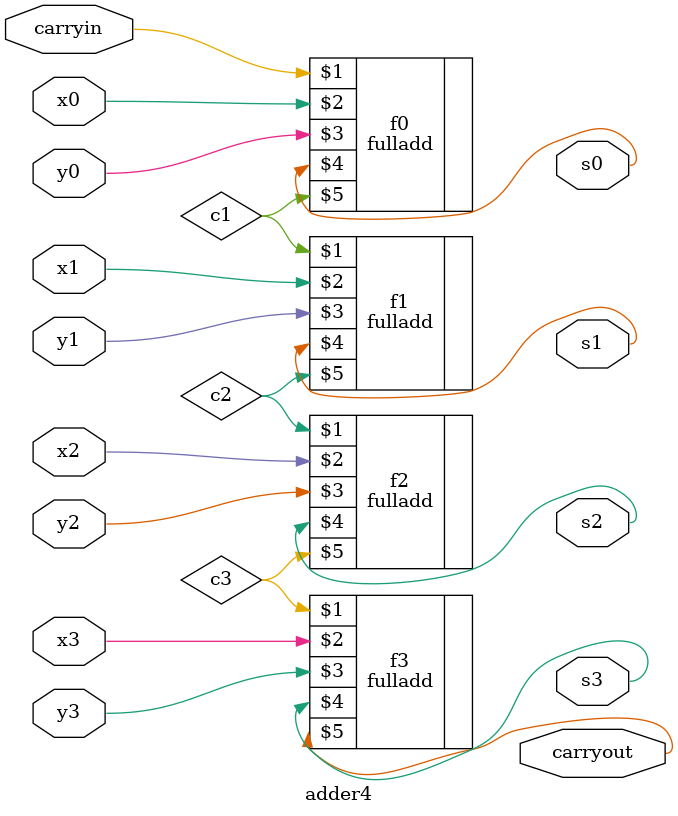
<source format=v>
module adder4(carryin,x3,x2,x1,x0,y3,y2,y1,y0,s3,s2,s1,s0,carryout);
input carryin,x3,x2,x1,x0,y3,y2,y1,y0;
output s3,s2,s1,s0,carryout;
wire c1,c2,c3;

fulladd f0(carryin,x0,y0,s0,c1);
fulladd f1(c1,x1,y1,s1,c2);
fulladd f2(c2,x2,y2,s2,c3);
fulladd f3(c3,x3,y3,s3,carryout);
endmodule

</source>
